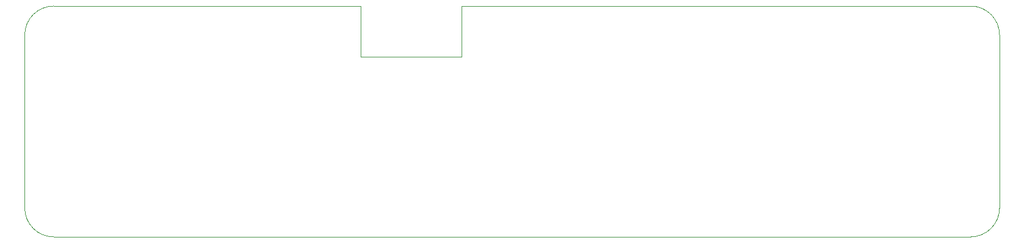
<source format=gbr>
%TF.GenerationSoftware,KiCad,Pcbnew,(7.0.0)*%
%TF.CreationDate,2023-05-08T11:18:25-04:00*%
%TF.ProjectId,AutoTiller,4175746f-5469-46c6-9c65-722e6b696361,rev?*%
%TF.SameCoordinates,Original*%
%TF.FileFunction,Profile,NP*%
%FSLAX46Y46*%
G04 Gerber Fmt 4.6, Leading zero omitted, Abs format (unit mm)*
G04 Created by KiCad (PCBNEW (7.0.0)) date 2023-05-08 11:18:25*
%MOMM*%
%LPD*%
G01*
G04 APERTURE LIST*
%TA.AperFunction,Profile*%
%ADD10C,0.100000*%
%TD*%
G04 APERTURE END LIST*
D10*
X94000000Y-132000000D02*
X221000000Y-132000000D01*
X136500000Y-107000000D02*
X150500000Y-107000000D01*
X150500000Y-107000000D02*
X150500000Y-100000000D01*
X90000000Y-104000000D02*
X90000000Y-128000000D01*
X225000000Y-128000000D02*
X225000000Y-104000000D01*
X136500000Y-100000000D02*
X136500000Y-107000000D01*
X94000000Y-100000000D02*
G75*
G03*
X90000000Y-104000000I0J-4000000D01*
G01*
X221000000Y-100000000D02*
X150500000Y-100000000D01*
X136500000Y-100000000D02*
X94000000Y-100000000D01*
X225000000Y-104000000D02*
G75*
G03*
X221000000Y-100000000I-4000000J0D01*
G01*
X90000000Y-128000000D02*
G75*
G03*
X94000000Y-132000000I4000000J0D01*
G01*
X221000000Y-132000000D02*
G75*
G03*
X225000000Y-128000000I0J4000000D01*
G01*
M02*

</source>
